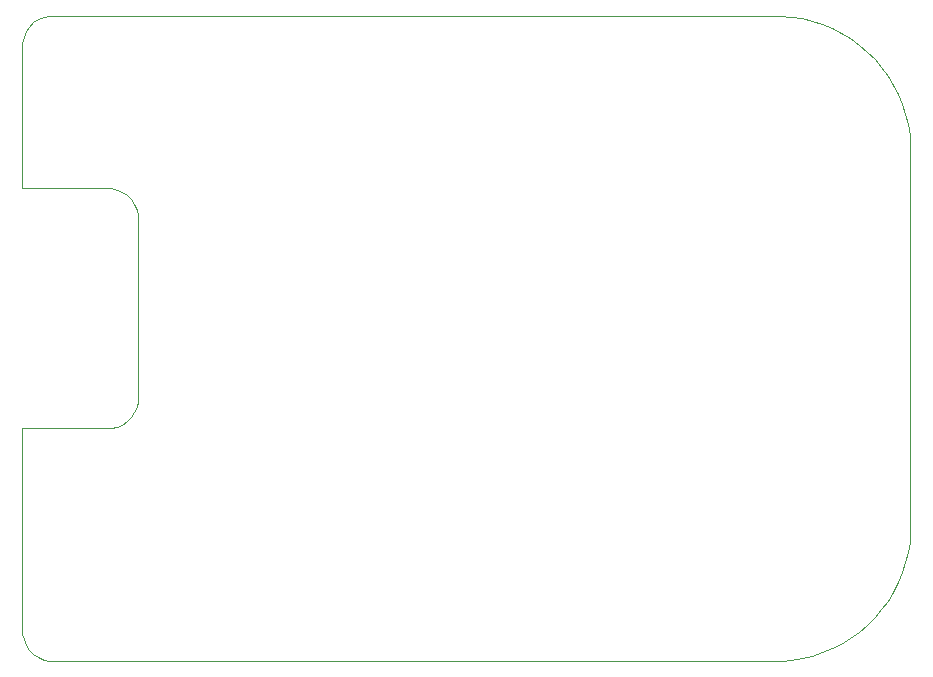
<source format=gbr>
%TF.GenerationSoftware,Altium Limited,Altium Designer,21.5.1 (32)*%
G04 Layer_Color=0*
%FSLAX45Y45*%
%MOMM*%
%TF.SameCoordinates,6D93875A-9943-4EB1-8E24-321CDD5DE8D5*%
%TF.FilePolarity,Positive*%
%TF.FileFunction,Profile,NP*%
%TF.Part,Single*%
G01*
G75*
%TA.AperFunction,Profile*%
%ADD234C,0.02540*%
D234*
X1117600Y254000D02*
Y1968500D01*
X1841500D01*
X1866396Y1969723D01*
X1915232Y1979437D01*
X1961235Y1998492D01*
X2002636Y2026155D01*
X2037845Y2061364D01*
X2065508Y2102765D01*
X2084563Y2148768D01*
X2094277Y2197603D01*
X2095500Y2222500D01*
D01*
Y3746500D01*
X2094277Y3771396D01*
X2084563Y3820232D01*
X2065508Y3866235D01*
X2037845Y3907636D01*
X2002636Y3942845D01*
X1961235Y3970508D01*
X1915232Y3989563D01*
X1866396Y3999277D01*
X1841500Y4000500D01*
D01*
X1117600D01*
Y5207000D01*
Y5232017D01*
X1127361Y5281089D01*
X1146508Y5327314D01*
X1174305Y5368915D01*
X1209684Y5404294D01*
X1251286Y5432092D01*
X1297510Y5451239D01*
X1346583Y5461000D01*
X1371600D01*
D01*
X7492953D01*
X7493002Y5460951D01*
X7537911D01*
X7627451Y5453904D01*
X7716162Y5439853D01*
X7803498Y5418886D01*
X7888919Y5391131D01*
X7971899Y5356759D01*
X8051927Y5315983D01*
X8128509Y5269054D01*
X8201172Y5216260D01*
X8269470Y5157929D01*
X8332980Y5094419D01*
X8391312Y5026121D01*
X8444105Y4953457D01*
X8491034Y4876876D01*
X8531810Y4796848D01*
X8566182Y4713868D01*
X8593937Y4628446D01*
X8614905Y4541111D01*
X8628955Y4452400D01*
X8636002Y4362859D01*
Y4317951D01*
D01*
X8636000Y4317953D01*
Y1143000D01*
X8635951Y1142998D01*
Y1098089D01*
X8628904Y1008549D01*
X8614853Y919838D01*
X8593886Y832502D01*
X8566131Y747081D01*
X8531759Y664101D01*
X8490983Y584073D01*
X8444054Y507491D01*
X8391260Y434827D01*
X8332929Y366530D01*
X8269419Y303020D01*
X8201121Y244688D01*
X8128457Y191895D01*
X8051876Y144965D01*
X7971848Y104189D01*
X7888868Y69818D01*
X7803446Y42063D01*
X7716111Y21095D01*
X7627400Y7045D01*
X7537859Y-2D01*
X7492951D01*
D01*
X7493000Y0D01*
X1371600D01*
X1346583D01*
X1297511Y9761D01*
X1251286Y28908D01*
X1209684Y56705D01*
X1174305Y92084D01*
X1146508Y133686D01*
X1127361Y179911D01*
X1117600Y228983D01*
Y254000D01*
X1117600Y254000D01*
%TF.MD5,d3e15d821c234d797500744e92decf20*%
M02*

</source>
